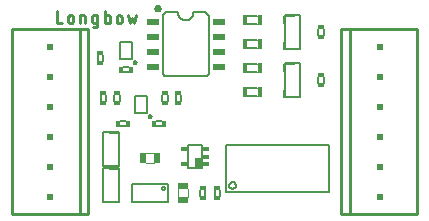
<source format=gbr>
G04 EAGLE Gerber X2 export*
%TF.Part,Single*%
%TF.FileFunction,Legend,Top,1*%
%TF.FilePolarity,Positive*%
%TF.GenerationSoftware,Autodesk,EAGLE,9.0.1*%
%TF.CreationDate,2018-09-06T19:24:28Z*%
G75*
%MOMM*%
%FSLAX34Y34*%
%LPD*%
%AMOC8*
5,1,8,0,0,1.08239X$1,22.5*%
G01*
%ADD10C,0.254000*%
%ADD11C,0.101600*%
%ADD12R,0.500100X0.950000*%
%ADD13R,0.950000X0.500100*%
%ADD14C,0.152400*%
%ADD15R,0.599900X0.300000*%
%ADD16C,0.203200*%
%ADD17R,1.028700X0.508000*%
%ADD18R,1.016000X0.508000*%
%ADD19C,0.127000*%
%ADD20R,0.508000X0.508000*%
%ADD21R,0.525000X0.300000*%
%ADD22R,0.508000X0.889000*%
%ADD23R,0.300000X0.599900*%
%ADD24R,0.406400X0.863600*%

G36*
X175015Y273435D02*
X175015Y273435D01*
X175017Y273437D01*
X175018Y273436D01*
X175689Y273671D01*
X175690Y273672D01*
X175691Y273672D01*
X176293Y274050D01*
X176294Y274052D01*
X176296Y274052D01*
X176798Y274554D01*
X176798Y274556D01*
X176800Y274557D01*
X177178Y275159D01*
X177178Y275160D01*
X177179Y275161D01*
X177414Y275832D01*
X177414Y275834D01*
X177415Y275835D01*
X177494Y276541D01*
X177494Y276542D01*
X177493Y276543D01*
X177494Y276544D01*
X177415Y277250D01*
X177413Y277252D01*
X177414Y277253D01*
X177179Y277924D01*
X177178Y277925D01*
X177178Y277926D01*
X176800Y278528D01*
X176798Y278529D01*
X176798Y278531D01*
X176296Y279033D01*
X176294Y279033D01*
X176293Y279035D01*
X175691Y279413D01*
X175690Y279413D01*
X175689Y279414D01*
X175018Y279649D01*
X175016Y279649D01*
X175015Y279650D01*
X174309Y279729D01*
X174307Y279728D01*
X174306Y279729D01*
X173600Y279650D01*
X173598Y279648D01*
X173597Y279649D01*
X172926Y279414D01*
X172925Y279413D01*
X172924Y279413D01*
X172322Y279035D01*
X172321Y279033D01*
X172319Y279033D01*
X171817Y278531D01*
X171817Y278529D01*
X171815Y278528D01*
X171437Y277926D01*
X171437Y277925D01*
X171436Y277924D01*
X171201Y277253D01*
X171202Y277251D01*
X171200Y277250D01*
X171121Y276544D01*
X171122Y276542D01*
X171121Y276541D01*
X171200Y275835D01*
X171202Y275833D01*
X171201Y275832D01*
X171436Y275161D01*
X171437Y275160D01*
X171437Y275159D01*
X171815Y274557D01*
X171817Y274556D01*
X171817Y274554D01*
X172319Y274052D01*
X172321Y274052D01*
X172322Y274050D01*
X172924Y273672D01*
X172925Y273672D01*
X172926Y273671D01*
X173597Y273436D01*
X173599Y273437D01*
X173600Y273435D01*
X174306Y273356D01*
X174308Y273357D01*
X174309Y273356D01*
X175015Y273435D01*
G37*
D10*
X88900Y274320D02*
X88900Y264160D01*
X93416Y264160D01*
X98188Y266418D02*
X98188Y268676D01*
X98190Y268769D01*
X98196Y268862D01*
X98205Y268955D01*
X98219Y269048D01*
X98236Y269139D01*
X98257Y269230D01*
X98282Y269320D01*
X98310Y269409D01*
X98342Y269497D01*
X98378Y269583D01*
X98417Y269668D01*
X98460Y269751D01*
X98506Y269832D01*
X98556Y269911D01*
X98608Y269988D01*
X98664Y270063D01*
X98723Y270135D01*
X98785Y270205D01*
X98849Y270273D01*
X98917Y270337D01*
X98987Y270399D01*
X99059Y270458D01*
X99134Y270514D01*
X99211Y270566D01*
X99290Y270616D01*
X99371Y270662D01*
X99454Y270705D01*
X99539Y270744D01*
X99625Y270780D01*
X99713Y270812D01*
X99802Y270840D01*
X99892Y270865D01*
X99983Y270886D01*
X100074Y270903D01*
X100167Y270917D01*
X100260Y270926D01*
X100353Y270932D01*
X100446Y270934D01*
X100539Y270932D01*
X100632Y270926D01*
X100725Y270917D01*
X100818Y270903D01*
X100909Y270886D01*
X101000Y270865D01*
X101090Y270840D01*
X101179Y270812D01*
X101267Y270780D01*
X101353Y270744D01*
X101438Y270705D01*
X101521Y270662D01*
X101602Y270616D01*
X101681Y270566D01*
X101758Y270514D01*
X101833Y270458D01*
X101905Y270399D01*
X101975Y270337D01*
X102043Y270273D01*
X102107Y270205D01*
X102169Y270135D01*
X102228Y270063D01*
X102284Y269988D01*
X102336Y269911D01*
X102386Y269832D01*
X102432Y269751D01*
X102475Y269668D01*
X102514Y269583D01*
X102550Y269497D01*
X102582Y269409D01*
X102610Y269320D01*
X102635Y269230D01*
X102656Y269139D01*
X102673Y269048D01*
X102687Y268955D01*
X102696Y268862D01*
X102702Y268769D01*
X102704Y268676D01*
X102703Y268676D02*
X102703Y266418D01*
X102704Y266418D02*
X102702Y266325D01*
X102696Y266232D01*
X102687Y266139D01*
X102673Y266046D01*
X102656Y265955D01*
X102635Y265864D01*
X102610Y265774D01*
X102582Y265685D01*
X102550Y265597D01*
X102514Y265511D01*
X102475Y265426D01*
X102432Y265343D01*
X102386Y265262D01*
X102336Y265183D01*
X102284Y265106D01*
X102228Y265031D01*
X102169Y264959D01*
X102107Y264889D01*
X102043Y264821D01*
X101975Y264757D01*
X101905Y264695D01*
X101833Y264636D01*
X101758Y264580D01*
X101681Y264528D01*
X101602Y264478D01*
X101521Y264432D01*
X101438Y264389D01*
X101353Y264350D01*
X101267Y264314D01*
X101179Y264282D01*
X101090Y264254D01*
X101000Y264229D01*
X100909Y264208D01*
X100818Y264191D01*
X100725Y264177D01*
X100632Y264168D01*
X100539Y264162D01*
X100446Y264160D01*
X100353Y264162D01*
X100260Y264168D01*
X100167Y264177D01*
X100074Y264191D01*
X99983Y264208D01*
X99892Y264229D01*
X99802Y264254D01*
X99713Y264282D01*
X99625Y264314D01*
X99539Y264350D01*
X99454Y264389D01*
X99371Y264432D01*
X99290Y264478D01*
X99211Y264528D01*
X99134Y264580D01*
X99059Y264636D01*
X98987Y264695D01*
X98917Y264757D01*
X98849Y264821D01*
X98785Y264889D01*
X98723Y264959D01*
X98664Y265031D01*
X98608Y265106D01*
X98556Y265183D01*
X98506Y265262D01*
X98460Y265343D01*
X98417Y265426D01*
X98378Y265511D01*
X98342Y265597D01*
X98310Y265685D01*
X98282Y265774D01*
X98257Y265864D01*
X98236Y265955D01*
X98219Y266046D01*
X98205Y266139D01*
X98196Y266232D01*
X98190Y266325D01*
X98188Y266418D01*
X108475Y264160D02*
X108475Y270933D01*
X111297Y270933D01*
X111378Y270931D01*
X111458Y270925D01*
X111538Y270916D01*
X111617Y270902D01*
X111696Y270885D01*
X111774Y270864D01*
X111851Y270840D01*
X111926Y270812D01*
X112000Y270780D01*
X112073Y270745D01*
X112144Y270706D01*
X112212Y270664D01*
X112279Y270619D01*
X112344Y270571D01*
X112406Y270519D01*
X112465Y270465D01*
X112522Y270408D01*
X112576Y270349D01*
X112628Y270287D01*
X112676Y270222D01*
X112721Y270155D01*
X112763Y270087D01*
X112802Y270016D01*
X112837Y269943D01*
X112869Y269869D01*
X112897Y269794D01*
X112921Y269717D01*
X112942Y269639D01*
X112959Y269560D01*
X112973Y269481D01*
X112982Y269401D01*
X112988Y269321D01*
X112990Y269240D01*
X112990Y264160D01*
X120352Y264160D02*
X123174Y264160D01*
X120352Y264160D02*
X120271Y264162D01*
X120191Y264168D01*
X120111Y264177D01*
X120032Y264191D01*
X119953Y264208D01*
X119875Y264229D01*
X119798Y264253D01*
X119723Y264281D01*
X119649Y264313D01*
X119576Y264348D01*
X119506Y264387D01*
X119437Y264429D01*
X119370Y264474D01*
X119305Y264522D01*
X119243Y264574D01*
X119184Y264628D01*
X119127Y264685D01*
X119073Y264744D01*
X119021Y264806D01*
X118973Y264871D01*
X118928Y264938D01*
X118886Y265007D01*
X118847Y265077D01*
X118812Y265150D01*
X118780Y265224D01*
X118752Y265299D01*
X118728Y265376D01*
X118707Y265454D01*
X118690Y265533D01*
X118676Y265612D01*
X118667Y265692D01*
X118661Y265772D01*
X118659Y265853D01*
X118659Y269240D01*
X118661Y269321D01*
X118667Y269401D01*
X118676Y269481D01*
X118690Y269560D01*
X118707Y269639D01*
X118728Y269717D01*
X118752Y269794D01*
X118780Y269869D01*
X118812Y269943D01*
X118847Y270016D01*
X118886Y270087D01*
X118928Y270155D01*
X118973Y270222D01*
X119021Y270287D01*
X119073Y270349D01*
X119127Y270408D01*
X119184Y270465D01*
X119243Y270519D01*
X119305Y270571D01*
X119370Y270619D01*
X119437Y270664D01*
X119506Y270706D01*
X119576Y270745D01*
X119649Y270780D01*
X119723Y270812D01*
X119798Y270840D01*
X119875Y270864D01*
X119953Y270885D01*
X120032Y270902D01*
X120111Y270916D01*
X120191Y270925D01*
X120271Y270931D01*
X120352Y270933D01*
X123174Y270933D01*
X123174Y262467D01*
X123172Y262386D01*
X123166Y262306D01*
X123157Y262226D01*
X123143Y262147D01*
X123126Y262068D01*
X123105Y261990D01*
X123081Y261913D01*
X123053Y261838D01*
X123021Y261764D01*
X122986Y261691D01*
X122947Y261621D01*
X122905Y261552D01*
X122860Y261485D01*
X122812Y261420D01*
X122761Y261358D01*
X122706Y261299D01*
X122649Y261242D01*
X122590Y261188D01*
X122528Y261136D01*
X122463Y261088D01*
X122396Y261043D01*
X122328Y261001D01*
X122257Y260962D01*
X122184Y260927D01*
X122110Y260895D01*
X122035Y260867D01*
X121958Y260843D01*
X121880Y260822D01*
X121801Y260805D01*
X121722Y260791D01*
X121642Y260782D01*
X121562Y260776D01*
X121481Y260774D01*
X121481Y260773D02*
X119223Y260773D01*
X129533Y264160D02*
X129533Y274320D01*
X129533Y264160D02*
X132355Y264160D01*
X132436Y264162D01*
X132516Y264168D01*
X132596Y264177D01*
X132675Y264191D01*
X132754Y264208D01*
X132832Y264229D01*
X132909Y264253D01*
X132984Y264281D01*
X133058Y264313D01*
X133131Y264348D01*
X133202Y264387D01*
X133270Y264429D01*
X133337Y264474D01*
X133402Y264522D01*
X133464Y264574D01*
X133523Y264628D01*
X133580Y264685D01*
X133634Y264744D01*
X133686Y264806D01*
X133734Y264871D01*
X133779Y264938D01*
X133821Y265007D01*
X133860Y265077D01*
X133895Y265150D01*
X133927Y265224D01*
X133955Y265299D01*
X133979Y265376D01*
X134000Y265454D01*
X134017Y265533D01*
X134031Y265612D01*
X134040Y265692D01*
X134046Y265772D01*
X134048Y265853D01*
X134048Y269240D01*
X134046Y269321D01*
X134040Y269401D01*
X134031Y269481D01*
X134017Y269560D01*
X134000Y269639D01*
X133979Y269717D01*
X133955Y269794D01*
X133927Y269869D01*
X133895Y269943D01*
X133860Y270016D01*
X133821Y270087D01*
X133779Y270155D01*
X133734Y270222D01*
X133686Y270287D01*
X133634Y270349D01*
X133580Y270408D01*
X133523Y270465D01*
X133464Y270519D01*
X133402Y270571D01*
X133337Y270619D01*
X133270Y270664D01*
X133202Y270706D01*
X133131Y270745D01*
X133058Y270780D01*
X132984Y270812D01*
X132909Y270840D01*
X132832Y270864D01*
X132754Y270885D01*
X132675Y270902D01*
X132596Y270916D01*
X132516Y270925D01*
X132436Y270931D01*
X132355Y270933D01*
X129533Y270933D01*
X139336Y268676D02*
X139336Y266418D01*
X139336Y268676D02*
X139338Y268769D01*
X139344Y268862D01*
X139353Y268955D01*
X139367Y269048D01*
X139384Y269139D01*
X139405Y269230D01*
X139430Y269320D01*
X139458Y269409D01*
X139490Y269497D01*
X139526Y269583D01*
X139565Y269668D01*
X139608Y269751D01*
X139654Y269832D01*
X139704Y269911D01*
X139756Y269988D01*
X139812Y270063D01*
X139871Y270135D01*
X139933Y270205D01*
X139997Y270273D01*
X140065Y270337D01*
X140135Y270399D01*
X140207Y270458D01*
X140282Y270514D01*
X140359Y270566D01*
X140438Y270616D01*
X140519Y270662D01*
X140602Y270705D01*
X140687Y270744D01*
X140773Y270780D01*
X140861Y270812D01*
X140950Y270840D01*
X141040Y270865D01*
X141131Y270886D01*
X141222Y270903D01*
X141315Y270917D01*
X141408Y270926D01*
X141501Y270932D01*
X141594Y270934D01*
X141687Y270932D01*
X141780Y270926D01*
X141873Y270917D01*
X141966Y270903D01*
X142057Y270886D01*
X142148Y270865D01*
X142238Y270840D01*
X142327Y270812D01*
X142415Y270780D01*
X142501Y270744D01*
X142586Y270705D01*
X142669Y270662D01*
X142750Y270616D01*
X142829Y270566D01*
X142906Y270514D01*
X142981Y270458D01*
X143053Y270399D01*
X143123Y270337D01*
X143191Y270273D01*
X143255Y270205D01*
X143317Y270135D01*
X143376Y270063D01*
X143432Y269988D01*
X143484Y269911D01*
X143534Y269832D01*
X143580Y269751D01*
X143623Y269668D01*
X143662Y269583D01*
X143698Y269497D01*
X143730Y269409D01*
X143758Y269320D01*
X143783Y269230D01*
X143804Y269139D01*
X143821Y269048D01*
X143835Y268955D01*
X143844Y268862D01*
X143850Y268769D01*
X143852Y268676D01*
X143851Y268676D02*
X143851Y266418D01*
X143852Y266418D02*
X143850Y266325D01*
X143844Y266232D01*
X143835Y266139D01*
X143821Y266046D01*
X143804Y265955D01*
X143783Y265864D01*
X143758Y265774D01*
X143730Y265685D01*
X143698Y265597D01*
X143662Y265511D01*
X143623Y265426D01*
X143580Y265343D01*
X143534Y265262D01*
X143484Y265183D01*
X143432Y265106D01*
X143376Y265031D01*
X143317Y264959D01*
X143255Y264889D01*
X143191Y264821D01*
X143123Y264757D01*
X143053Y264695D01*
X142981Y264636D01*
X142906Y264580D01*
X142829Y264528D01*
X142750Y264478D01*
X142669Y264432D01*
X142586Y264389D01*
X142501Y264350D01*
X142415Y264314D01*
X142327Y264282D01*
X142238Y264254D01*
X142148Y264229D01*
X142057Y264208D01*
X141966Y264191D01*
X141873Y264177D01*
X141780Y264168D01*
X141687Y264162D01*
X141594Y264160D01*
X141501Y264162D01*
X141408Y264168D01*
X141315Y264177D01*
X141222Y264191D01*
X141131Y264208D01*
X141040Y264229D01*
X140950Y264254D01*
X140861Y264282D01*
X140773Y264314D01*
X140687Y264350D01*
X140602Y264389D01*
X140519Y264432D01*
X140438Y264478D01*
X140359Y264528D01*
X140282Y264580D01*
X140207Y264636D01*
X140135Y264695D01*
X140065Y264757D01*
X139997Y264821D01*
X139933Y264889D01*
X139871Y264959D01*
X139812Y265031D01*
X139756Y265106D01*
X139704Y265183D01*
X139654Y265262D01*
X139608Y265343D01*
X139565Y265426D01*
X139526Y265511D01*
X139490Y265597D01*
X139458Y265685D01*
X139430Y265774D01*
X139405Y265864D01*
X139384Y265955D01*
X139367Y266046D01*
X139353Y266139D01*
X139344Y266232D01*
X139338Y266325D01*
X139336Y266418D01*
X149256Y270933D02*
X150949Y264160D01*
X152643Y268676D01*
X154336Y264160D01*
X156029Y270933D01*
D11*
X164080Y154180D02*
X171200Y154180D01*
X171200Y145670D02*
X164080Y145670D01*
D12*
X161759Y149911D03*
X173443Y149911D03*
D11*
X191260Y124210D02*
X191260Y117090D01*
X199770Y117090D02*
X199770Y124210D01*
D13*
X195529Y114769D03*
X195529Y126453D03*
D14*
X209850Y123100D02*
X209850Y118200D01*
X214330Y118200D02*
X214330Y123100D01*
D15*
X212139Y116610D03*
X212139Y124738D03*
D14*
X314660Y213450D02*
X314660Y218350D01*
X310180Y218350D02*
X310180Y213450D01*
D15*
X312372Y219940D03*
X312372Y211812D03*
D14*
X310180Y254090D02*
X310180Y258990D01*
X314660Y258990D02*
X314660Y254090D01*
D15*
X312469Y252500D03*
X312469Y260628D03*
D14*
X227030Y123100D02*
X227030Y118200D01*
X222550Y118200D02*
X222550Y123100D01*
D15*
X224742Y124690D03*
X224742Y116562D03*
D16*
X217583Y223012D02*
X217583Y269748D01*
X182467Y219202D02*
X182354Y219186D01*
X182240Y219175D01*
X182126Y219168D01*
X182012Y219164D01*
X181897Y219165D01*
X181783Y219169D01*
X181669Y219177D01*
X181555Y219189D01*
X181442Y219205D01*
X181330Y219225D01*
X181218Y219249D01*
X181107Y219276D01*
X180997Y219308D01*
X180888Y219343D01*
X180780Y219381D01*
X180674Y219424D01*
X180570Y219470D01*
X180466Y219519D01*
X180365Y219572D01*
X180266Y219628D01*
X180168Y219688D01*
X180073Y219751D01*
X179980Y219818D01*
X179889Y219887D01*
X179801Y219959D01*
X179715Y220035D01*
X179631Y220113D01*
X179551Y220194D01*
X179473Y220278D01*
X179398Y220365D01*
X179327Y220454D01*
X179258Y220545D01*
X179192Y220639D01*
X179130Y220734D01*
X179071Y220832D01*
X179015Y220932D01*
X178963Y221034D01*
X178914Y221137D01*
X178869Y221242D01*
X178828Y221349D01*
X178790Y221457D01*
X178755Y221566D01*
X178725Y221676D01*
X178698Y221787D01*
X178676Y221899D01*
X178657Y222012D01*
X217583Y269748D02*
X217566Y269878D01*
X217545Y270007D01*
X217520Y270136D01*
X217492Y270264D01*
X217459Y270391D01*
X217423Y270517D01*
X217382Y270642D01*
X217338Y270765D01*
X217291Y270887D01*
X217239Y271008D01*
X217185Y271127D01*
X217126Y271244D01*
X217064Y271359D01*
X216999Y271473D01*
X216930Y271585D01*
X216857Y271694D01*
X216782Y271801D01*
X216703Y271906D01*
X216621Y272008D01*
X216536Y272108D01*
X216449Y272205D01*
X216358Y272300D01*
X216264Y272392D01*
X216168Y272481D01*
X216069Y272567D01*
X215968Y272649D01*
X215864Y272729D01*
X215757Y272806D01*
X215649Y272879D01*
X215538Y272949D01*
X215425Y273016D01*
X215310Y273079D01*
X215194Y273139D01*
X215075Y273195D01*
X214955Y273248D01*
X214834Y273297D01*
X214711Y273342D01*
X214586Y273384D01*
X214461Y273422D01*
X214334Y273455D01*
X214207Y273486D01*
X214078Y273512D01*
X213949Y273534D01*
X213819Y273553D01*
X213689Y273567D01*
X213558Y273578D01*
X213427Y273584D01*
X213296Y273587D01*
X213165Y273586D01*
X213034Y273580D01*
X212904Y273571D01*
X212773Y273558D01*
X217583Y223012D02*
X217581Y222890D01*
X217575Y222768D01*
X217565Y222646D01*
X217552Y222525D01*
X217534Y222404D01*
X217513Y222284D01*
X217488Y222164D01*
X217459Y222045D01*
X217426Y221928D01*
X217389Y221811D01*
X217349Y221696D01*
X217305Y221582D01*
X217257Y221470D01*
X217206Y221359D01*
X217151Y221250D01*
X217093Y221142D01*
X217031Y221037D01*
X216966Y220933D01*
X216898Y220832D01*
X216827Y220733D01*
X216752Y220636D01*
X216674Y220542D01*
X216594Y220450D01*
X216510Y220361D01*
X216424Y220275D01*
X216335Y220191D01*
X216243Y220111D01*
X216149Y220033D01*
X216052Y219958D01*
X215953Y219887D01*
X215852Y219819D01*
X215748Y219754D01*
X215643Y219692D01*
X215535Y219634D01*
X215426Y219579D01*
X215315Y219528D01*
X215203Y219480D01*
X215089Y219436D01*
X214974Y219396D01*
X214857Y219359D01*
X214740Y219326D01*
X214621Y219297D01*
X214501Y219272D01*
X214381Y219251D01*
X214260Y219233D01*
X214139Y219220D01*
X214017Y219210D01*
X213895Y219204D01*
X213773Y219202D01*
X178657Y269747D02*
X178642Y269861D01*
X178630Y269975D01*
X178623Y270089D01*
X178619Y270203D01*
X178620Y270317D01*
X178624Y270432D01*
X178632Y270546D01*
X178644Y270659D01*
X178660Y270772D01*
X178680Y270885D01*
X178704Y270997D01*
X178731Y271108D01*
X178762Y271218D01*
X178797Y271327D01*
X178836Y271434D01*
X178878Y271541D01*
X178924Y271645D01*
X178974Y271748D01*
X179027Y271850D01*
X179083Y271949D01*
X179143Y272047D01*
X179206Y272142D01*
X179272Y272235D01*
X179342Y272326D01*
X179414Y272414D01*
X179490Y272500D01*
X179568Y272583D01*
X179649Y272664D01*
X179733Y272742D01*
X179819Y272816D01*
X179908Y272888D01*
X180000Y272957D01*
X180093Y273023D01*
X180189Y273085D01*
X180287Y273144D01*
X180387Y273200D01*
X180489Y273252D01*
X180592Y273300D01*
X180697Y273346D01*
X180804Y273387D01*
X180912Y273425D01*
X181021Y273459D01*
X181131Y273489D01*
X181242Y273516D01*
X181354Y273539D01*
X181467Y273558D01*
X178657Y269748D02*
X178657Y222012D01*
X182467Y219202D02*
X213773Y219202D01*
X204216Y273050D02*
X204214Y272892D01*
X204208Y272733D01*
X204198Y272575D01*
X204184Y272418D01*
X204167Y272260D01*
X204145Y272104D01*
X204120Y271947D01*
X204090Y271792D01*
X204057Y271637D01*
X204020Y271483D01*
X203979Y271330D01*
X203934Y271178D01*
X203885Y271028D01*
X203833Y270878D01*
X203777Y270730D01*
X203717Y270583D01*
X203654Y270438D01*
X203587Y270295D01*
X203517Y270153D01*
X203443Y270013D01*
X203365Y269875D01*
X203284Y269739D01*
X203200Y269605D01*
X203113Y269473D01*
X203022Y269343D01*
X202928Y269216D01*
X202831Y269091D01*
X202730Y268968D01*
X202627Y268848D01*
X202521Y268731D01*
X202412Y268616D01*
X202300Y268504D01*
X202185Y268395D01*
X202068Y268289D01*
X201948Y268186D01*
X201825Y268085D01*
X201700Y267988D01*
X201573Y267894D01*
X201443Y267803D01*
X201311Y267716D01*
X201177Y267632D01*
X201041Y267551D01*
X200903Y267473D01*
X200763Y267399D01*
X200621Y267329D01*
X200478Y267262D01*
X200333Y267199D01*
X200186Y267139D01*
X200038Y267083D01*
X199888Y267031D01*
X199738Y266982D01*
X199586Y266937D01*
X199433Y266896D01*
X199279Y266859D01*
X199124Y266826D01*
X198969Y266796D01*
X198812Y266771D01*
X198656Y266749D01*
X198498Y266732D01*
X198341Y266718D01*
X198183Y266708D01*
X198024Y266702D01*
X197866Y266700D01*
X197708Y266702D01*
X197549Y266708D01*
X197391Y266718D01*
X197234Y266732D01*
X197076Y266749D01*
X196920Y266771D01*
X196763Y266796D01*
X196608Y266826D01*
X196453Y266859D01*
X196299Y266896D01*
X196146Y266937D01*
X195994Y266982D01*
X195844Y267031D01*
X195694Y267083D01*
X195546Y267139D01*
X195399Y267199D01*
X195254Y267262D01*
X195111Y267329D01*
X194969Y267399D01*
X194829Y267473D01*
X194691Y267551D01*
X194555Y267632D01*
X194421Y267716D01*
X194289Y267803D01*
X194159Y267894D01*
X194032Y267988D01*
X193907Y268085D01*
X193784Y268186D01*
X193664Y268289D01*
X193547Y268395D01*
X193432Y268504D01*
X193320Y268616D01*
X193211Y268731D01*
X193105Y268848D01*
X193002Y268968D01*
X192901Y269091D01*
X192804Y269216D01*
X192710Y269343D01*
X192619Y269473D01*
X192532Y269605D01*
X192448Y269739D01*
X192367Y269875D01*
X192289Y270013D01*
X192215Y270153D01*
X192145Y270295D01*
X192078Y270438D01*
X192015Y270583D01*
X191955Y270730D01*
X191899Y270878D01*
X191847Y271028D01*
X191798Y271178D01*
X191753Y271330D01*
X191712Y271483D01*
X191675Y271637D01*
X191642Y271792D01*
X191612Y271947D01*
X191587Y272104D01*
X191565Y272260D01*
X191548Y272418D01*
X191534Y272575D01*
X191524Y272733D01*
X191518Y272892D01*
X191516Y273050D01*
X204216Y273558D02*
X212646Y273558D01*
X191516Y273558D02*
X181467Y273558D01*
D17*
X170244Y265430D03*
X170244Y252730D03*
X170244Y240030D03*
X170244Y227330D03*
D18*
X226060Y252730D03*
X226060Y240030D03*
X226060Y227330D03*
X226060Y265430D03*
D19*
X234650Y127000D02*
X234652Y127106D01*
X234658Y127212D01*
X234668Y127318D01*
X234682Y127423D01*
X234700Y127528D01*
X234721Y127632D01*
X234747Y127735D01*
X234776Y127837D01*
X234809Y127938D01*
X234846Y128038D01*
X234887Y128136D01*
X234931Y128232D01*
X234979Y128327D01*
X235030Y128420D01*
X235085Y128511D01*
X235143Y128600D01*
X235205Y128686D01*
X235270Y128771D01*
X235337Y128852D01*
X235408Y128932D01*
X235482Y129008D01*
X235558Y129082D01*
X235638Y129153D01*
X235719Y129220D01*
X235804Y129285D01*
X235890Y129347D01*
X235979Y129405D01*
X236070Y129460D01*
X236163Y129511D01*
X236258Y129559D01*
X236354Y129603D01*
X236452Y129644D01*
X236552Y129681D01*
X236653Y129714D01*
X236755Y129743D01*
X236858Y129769D01*
X236962Y129790D01*
X237067Y129808D01*
X237172Y129822D01*
X237278Y129832D01*
X237384Y129838D01*
X237490Y129840D01*
X237596Y129838D01*
X237702Y129832D01*
X237808Y129822D01*
X237913Y129808D01*
X238018Y129790D01*
X238122Y129769D01*
X238225Y129743D01*
X238327Y129714D01*
X238428Y129681D01*
X238528Y129644D01*
X238626Y129603D01*
X238722Y129559D01*
X238817Y129511D01*
X238910Y129460D01*
X239001Y129405D01*
X239090Y129347D01*
X239176Y129285D01*
X239261Y129220D01*
X239342Y129153D01*
X239422Y129082D01*
X239498Y129008D01*
X239572Y128932D01*
X239643Y128852D01*
X239710Y128771D01*
X239775Y128686D01*
X239837Y128600D01*
X239895Y128511D01*
X239950Y128420D01*
X240001Y128327D01*
X240049Y128232D01*
X240093Y128136D01*
X240134Y128038D01*
X240171Y127938D01*
X240204Y127837D01*
X240233Y127735D01*
X240259Y127632D01*
X240280Y127528D01*
X240298Y127423D01*
X240312Y127318D01*
X240322Y127212D01*
X240328Y127106D01*
X240330Y127000D01*
X240328Y126894D01*
X240322Y126788D01*
X240312Y126682D01*
X240298Y126577D01*
X240280Y126472D01*
X240259Y126368D01*
X240233Y126265D01*
X240204Y126163D01*
X240171Y126062D01*
X240134Y125962D01*
X240093Y125864D01*
X240049Y125768D01*
X240001Y125673D01*
X239950Y125580D01*
X239895Y125489D01*
X239837Y125400D01*
X239775Y125314D01*
X239710Y125229D01*
X239643Y125148D01*
X239572Y125068D01*
X239498Y124992D01*
X239422Y124918D01*
X239342Y124847D01*
X239261Y124780D01*
X239176Y124715D01*
X239090Y124653D01*
X239001Y124595D01*
X238910Y124540D01*
X238817Y124489D01*
X238722Y124441D01*
X238626Y124397D01*
X238528Y124356D01*
X238428Y124319D01*
X238327Y124286D01*
X238225Y124257D01*
X238122Y124231D01*
X238018Y124210D01*
X237913Y124192D01*
X237808Y124178D01*
X237702Y124168D01*
X237596Y124162D01*
X237490Y124160D01*
X237384Y124162D01*
X237278Y124168D01*
X237172Y124178D01*
X237067Y124192D01*
X236962Y124210D01*
X236858Y124231D01*
X236755Y124257D01*
X236653Y124286D01*
X236552Y124319D01*
X236452Y124356D01*
X236354Y124397D01*
X236258Y124441D01*
X236163Y124489D01*
X236070Y124540D01*
X235979Y124595D01*
X235890Y124653D01*
X235804Y124715D01*
X235719Y124780D01*
X235638Y124847D01*
X235558Y124918D01*
X235482Y124992D01*
X235408Y125068D01*
X235337Y125148D01*
X235270Y125229D01*
X235205Y125314D01*
X235143Y125400D01*
X235085Y125489D01*
X235030Y125580D01*
X234979Y125673D01*
X234931Y125768D01*
X234887Y125864D01*
X234846Y125962D01*
X234809Y126062D01*
X234776Y126163D01*
X234747Y126265D01*
X234721Y126368D01*
X234700Y126472D01*
X234682Y126577D01*
X234668Y126682D01*
X234658Y126788D01*
X234652Y126894D01*
X234650Y127000D01*
X231840Y120970D02*
X231840Y160970D01*
X231840Y120970D02*
X319340Y120970D01*
X319340Y160970D01*
X231840Y160970D01*
D20*
X82550Y117458D03*
X82550Y142858D03*
X82550Y168258D03*
X82550Y193658D03*
X82550Y219058D03*
X82550Y244458D03*
D10*
X115550Y259458D02*
X115550Y102458D01*
X107950Y102458D01*
X50550Y102458D01*
X50550Y259458D01*
X107950Y259458D01*
X115550Y259458D01*
X107950Y259458D02*
X107950Y102458D01*
D20*
X361950Y244458D03*
X361950Y219058D03*
X361950Y193658D03*
X361950Y168258D03*
X361950Y142858D03*
X361950Y117458D03*
D10*
X328950Y102458D02*
X328950Y259458D01*
X336550Y259458D01*
X393950Y259458D01*
X393950Y102458D01*
X336550Y102458D01*
X328950Y102458D01*
X336550Y102458D02*
X336550Y259458D01*
D14*
X182580Y203110D02*
X182580Y198210D01*
X178100Y198210D02*
X178100Y203110D01*
D15*
X180292Y204700D03*
X180292Y196572D03*
D14*
X194010Y198210D02*
X194010Y203110D01*
X189530Y203110D02*
X189530Y198210D01*
D15*
X191722Y204700D03*
X191722Y196572D03*
D14*
X141224Y143256D02*
X128016Y143256D01*
X128016Y171704D01*
X141224Y171704D01*
X141224Y143256D01*
D16*
X141620Y165480D02*
X141620Y171480D01*
X133620Y171480D01*
X141620Y149480D02*
X141620Y143480D01*
X133620Y143480D01*
X211740Y141380D02*
X211740Y160880D01*
X211740Y141380D02*
X199740Y141380D01*
X199740Y160880D01*
X211740Y160880D01*
D21*
X196365Y157630D03*
X196365Y144630D03*
X215115Y144630D03*
X215115Y151130D03*
X215115Y157630D03*
D22*
X208280Y145415D03*
D19*
X182640Y113150D02*
X152640Y113150D01*
X152640Y128150D01*
X182640Y128150D01*
X182640Y113150D01*
X177800Y124460D02*
X177802Y124531D01*
X177808Y124602D01*
X177818Y124673D01*
X177832Y124743D01*
X177850Y124812D01*
X177871Y124879D01*
X177897Y124946D01*
X177926Y125011D01*
X177958Y125074D01*
X177995Y125136D01*
X178034Y125195D01*
X178077Y125252D01*
X178123Y125306D01*
X178172Y125358D01*
X178224Y125407D01*
X178278Y125453D01*
X178335Y125496D01*
X178394Y125535D01*
X178456Y125572D01*
X178519Y125604D01*
X178584Y125633D01*
X178651Y125659D01*
X178718Y125680D01*
X178787Y125698D01*
X178857Y125712D01*
X178928Y125722D01*
X178999Y125728D01*
X179070Y125730D01*
X179141Y125728D01*
X179212Y125722D01*
X179283Y125712D01*
X179353Y125698D01*
X179422Y125680D01*
X179489Y125659D01*
X179556Y125633D01*
X179621Y125604D01*
X179684Y125572D01*
X179746Y125535D01*
X179805Y125496D01*
X179862Y125453D01*
X179916Y125407D01*
X179968Y125358D01*
X180017Y125306D01*
X180063Y125252D01*
X180106Y125195D01*
X180145Y125136D01*
X180182Y125074D01*
X180214Y125011D01*
X180243Y124946D01*
X180269Y124879D01*
X180290Y124812D01*
X180308Y124743D01*
X180322Y124673D01*
X180332Y124602D01*
X180338Y124531D01*
X180340Y124460D01*
X180338Y124389D01*
X180332Y124318D01*
X180322Y124247D01*
X180308Y124177D01*
X180290Y124108D01*
X180269Y124041D01*
X180243Y123974D01*
X180214Y123909D01*
X180182Y123846D01*
X180145Y123784D01*
X180106Y123725D01*
X180063Y123668D01*
X180017Y123614D01*
X179968Y123562D01*
X179916Y123513D01*
X179862Y123467D01*
X179805Y123424D01*
X179746Y123385D01*
X179684Y123348D01*
X179621Y123316D01*
X179556Y123287D01*
X179489Y123261D01*
X179422Y123240D01*
X179353Y123222D01*
X179283Y123208D01*
X179212Y123198D01*
X179141Y123192D01*
X179070Y123190D01*
X178999Y123192D01*
X178928Y123198D01*
X178857Y123208D01*
X178787Y123222D01*
X178718Y123240D01*
X178651Y123261D01*
X178584Y123287D01*
X178519Y123316D01*
X178456Y123348D01*
X178394Y123385D01*
X178335Y123424D01*
X178278Y123467D01*
X178224Y123513D01*
X178172Y123562D01*
X178123Y123614D01*
X178077Y123668D01*
X178034Y123725D01*
X177995Y123784D01*
X177958Y123846D01*
X177926Y123909D01*
X177897Y123974D01*
X177871Y124041D01*
X177850Y124108D01*
X177832Y124177D01*
X177818Y124247D01*
X177808Y124318D01*
X177802Y124389D01*
X177800Y124460D01*
X165270Y188330D02*
X154770Y188330D01*
X165270Y188330D02*
X165270Y202830D01*
X154770Y202830D01*
X154770Y188330D01*
X166370Y185420D02*
X166372Y185491D01*
X166378Y185562D01*
X166388Y185633D01*
X166402Y185703D01*
X166420Y185772D01*
X166441Y185839D01*
X166467Y185906D01*
X166496Y185971D01*
X166528Y186034D01*
X166565Y186096D01*
X166604Y186155D01*
X166647Y186212D01*
X166693Y186266D01*
X166742Y186318D01*
X166794Y186367D01*
X166848Y186413D01*
X166905Y186456D01*
X166964Y186495D01*
X167026Y186532D01*
X167089Y186564D01*
X167154Y186593D01*
X167221Y186619D01*
X167288Y186640D01*
X167357Y186658D01*
X167427Y186672D01*
X167498Y186682D01*
X167569Y186688D01*
X167640Y186690D01*
X167711Y186688D01*
X167782Y186682D01*
X167853Y186672D01*
X167923Y186658D01*
X167992Y186640D01*
X168059Y186619D01*
X168126Y186593D01*
X168191Y186564D01*
X168254Y186532D01*
X168316Y186495D01*
X168375Y186456D01*
X168432Y186413D01*
X168486Y186367D01*
X168538Y186318D01*
X168587Y186266D01*
X168633Y186212D01*
X168676Y186155D01*
X168715Y186096D01*
X168752Y186034D01*
X168784Y185971D01*
X168813Y185906D01*
X168839Y185839D01*
X168860Y185772D01*
X168878Y185703D01*
X168892Y185633D01*
X168902Y185562D01*
X168908Y185491D01*
X168910Y185420D01*
X168908Y185349D01*
X168902Y185278D01*
X168892Y185207D01*
X168878Y185137D01*
X168860Y185068D01*
X168839Y185001D01*
X168813Y184934D01*
X168784Y184869D01*
X168752Y184806D01*
X168715Y184744D01*
X168676Y184685D01*
X168633Y184628D01*
X168587Y184574D01*
X168538Y184522D01*
X168486Y184473D01*
X168432Y184427D01*
X168375Y184384D01*
X168316Y184345D01*
X168254Y184308D01*
X168191Y184276D01*
X168126Y184247D01*
X168059Y184221D01*
X167992Y184200D01*
X167923Y184182D01*
X167853Y184168D01*
X167782Y184158D01*
X167711Y184152D01*
X167640Y184150D01*
X167569Y184152D01*
X167498Y184158D01*
X167427Y184168D01*
X167357Y184182D01*
X167288Y184200D01*
X167221Y184221D01*
X167154Y184247D01*
X167089Y184276D01*
X167026Y184308D01*
X166964Y184345D01*
X166905Y184384D01*
X166848Y184427D01*
X166794Y184473D01*
X166742Y184522D01*
X166693Y184574D01*
X166647Y184628D01*
X166604Y184685D01*
X166565Y184744D01*
X166528Y184806D01*
X166496Y184869D01*
X166467Y184934D01*
X166441Y185001D01*
X166420Y185068D01*
X166402Y185137D01*
X166388Y185207D01*
X166378Y185278D01*
X166372Y185349D01*
X166370Y185420D01*
X152570Y234050D02*
X142070Y234050D01*
X152570Y234050D02*
X152570Y248550D01*
X142070Y248550D01*
X142070Y234050D01*
X153670Y231140D02*
X153672Y231211D01*
X153678Y231282D01*
X153688Y231353D01*
X153702Y231423D01*
X153720Y231492D01*
X153741Y231559D01*
X153767Y231626D01*
X153796Y231691D01*
X153828Y231754D01*
X153865Y231816D01*
X153904Y231875D01*
X153947Y231932D01*
X153993Y231986D01*
X154042Y232038D01*
X154094Y232087D01*
X154148Y232133D01*
X154205Y232176D01*
X154264Y232215D01*
X154326Y232252D01*
X154389Y232284D01*
X154454Y232313D01*
X154521Y232339D01*
X154588Y232360D01*
X154657Y232378D01*
X154727Y232392D01*
X154798Y232402D01*
X154869Y232408D01*
X154940Y232410D01*
X155011Y232408D01*
X155082Y232402D01*
X155153Y232392D01*
X155223Y232378D01*
X155292Y232360D01*
X155359Y232339D01*
X155426Y232313D01*
X155491Y232284D01*
X155554Y232252D01*
X155616Y232215D01*
X155675Y232176D01*
X155732Y232133D01*
X155786Y232087D01*
X155838Y232038D01*
X155887Y231986D01*
X155933Y231932D01*
X155976Y231875D01*
X156015Y231816D01*
X156052Y231754D01*
X156084Y231691D01*
X156113Y231626D01*
X156139Y231559D01*
X156160Y231492D01*
X156178Y231423D01*
X156192Y231353D01*
X156202Y231282D01*
X156208Y231211D01*
X156210Y231140D01*
X156208Y231069D01*
X156202Y230998D01*
X156192Y230927D01*
X156178Y230857D01*
X156160Y230788D01*
X156139Y230721D01*
X156113Y230654D01*
X156084Y230589D01*
X156052Y230526D01*
X156015Y230464D01*
X155976Y230405D01*
X155933Y230348D01*
X155887Y230294D01*
X155838Y230242D01*
X155786Y230193D01*
X155732Y230147D01*
X155675Y230104D01*
X155616Y230065D01*
X155554Y230028D01*
X155491Y229996D01*
X155426Y229967D01*
X155359Y229941D01*
X155292Y229920D01*
X155223Y229902D01*
X155153Y229888D01*
X155082Y229878D01*
X155011Y229872D01*
X154940Y229870D01*
X154869Y229872D01*
X154798Y229878D01*
X154727Y229888D01*
X154657Y229902D01*
X154588Y229920D01*
X154521Y229941D01*
X154454Y229967D01*
X154389Y229996D01*
X154326Y230028D01*
X154264Y230065D01*
X154205Y230104D01*
X154148Y230147D01*
X154094Y230193D01*
X154042Y230242D01*
X153993Y230294D01*
X153947Y230348D01*
X153904Y230405D01*
X153865Y230464D01*
X153828Y230526D01*
X153796Y230589D01*
X153767Y230654D01*
X153741Y230721D01*
X153720Y230788D01*
X153702Y230857D01*
X153688Y230927D01*
X153678Y230998D01*
X153672Y231069D01*
X153670Y231140D01*
D14*
X127970Y232500D02*
X127970Y237400D01*
X123490Y237400D02*
X123490Y232500D01*
D15*
X125682Y238990D03*
X125682Y230862D03*
D14*
X142330Y176830D02*
X147230Y176830D01*
X147230Y181310D02*
X142330Y181310D01*
D23*
X148820Y179119D03*
X140692Y179119D03*
D14*
X130510Y198210D02*
X130510Y203110D01*
X126030Y203110D02*
X126030Y198210D01*
D15*
X128222Y204700D03*
X128222Y196572D03*
D14*
X141940Y198210D02*
X141940Y203110D01*
X137460Y203110D02*
X137460Y198210D01*
D15*
X139652Y204700D03*
X139652Y196572D03*
D14*
X144870Y227030D02*
X149770Y227030D01*
X149770Y222550D02*
X144870Y222550D01*
D23*
X143280Y224742D03*
X151408Y224742D03*
D14*
X172810Y181310D02*
X177710Y181310D01*
X177710Y176830D02*
X172810Y176830D01*
D23*
X171220Y179022D03*
X179348Y179022D03*
D14*
X141224Y112776D02*
X128016Y112776D01*
X128016Y141224D01*
X141224Y141224D01*
X141224Y112776D01*
D16*
X141620Y135000D02*
X141620Y141000D01*
X133620Y141000D01*
X141620Y119000D02*
X141620Y113000D01*
X133620Y113000D01*
D14*
X281686Y270764D02*
X294894Y270764D01*
X294894Y242316D01*
X281686Y242316D01*
X281686Y270764D01*
D16*
X281290Y248540D02*
X281290Y242540D01*
X289290Y242540D01*
X281290Y264540D02*
X281290Y270540D01*
X289290Y270540D01*
D14*
X294894Y230124D02*
X281686Y230124D01*
X294894Y230124D02*
X294894Y201676D01*
X281686Y201676D01*
X281686Y230124D01*
D16*
X281290Y207900D02*
X281290Y201900D01*
X289290Y201900D01*
X281290Y223900D02*
X281290Y229900D01*
X289290Y229900D01*
D14*
X258320Y263140D02*
X249680Y263140D01*
X249680Y270260D02*
X258320Y270260D01*
D24*
X260350Y266700D03*
X247650Y266700D03*
D14*
X249680Y242820D02*
X258320Y242820D01*
X258320Y249940D02*
X249680Y249940D01*
D24*
X260350Y246380D03*
X247650Y246380D03*
D14*
X249680Y202180D02*
X258320Y202180D01*
X258320Y209300D02*
X249680Y209300D01*
D24*
X260350Y205740D03*
X247650Y205740D03*
D14*
X249680Y222500D02*
X258320Y222500D01*
X258320Y229620D02*
X249680Y229620D01*
D24*
X260350Y226060D03*
X247650Y226060D03*
M02*

</source>
